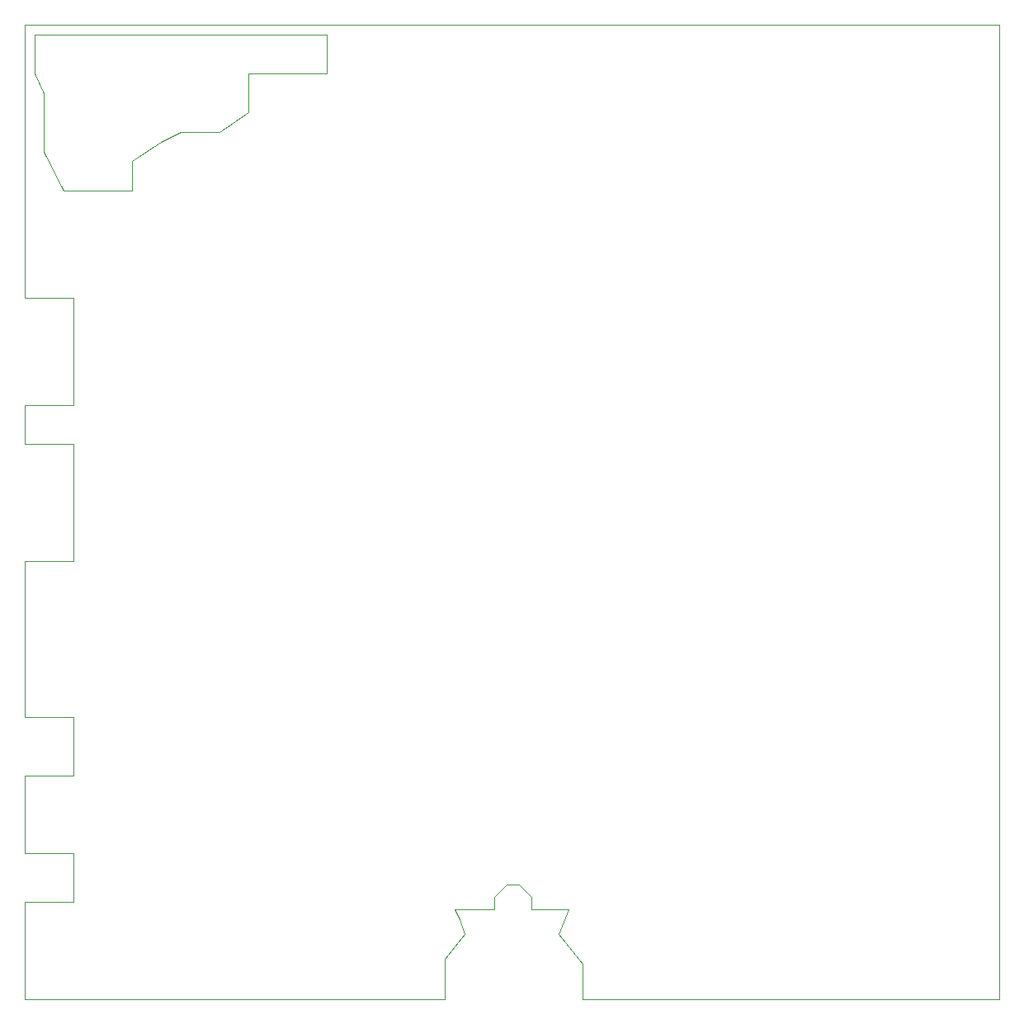
<source format=gbr>
G04 #@! TF.GenerationSoftware,KiCad,Pcbnew,(5.1.5)-2*
G04 #@! TF.CreationDate,2019-12-12T13:27:44-05:00*
G04 #@! TF.ProjectId,spacer,73706163-6572-42e6-9b69-6361645f7063,rev?*
G04 #@! TF.SameCoordinates,Original*
G04 #@! TF.FileFunction,Profile,NP*
%FSLAX46Y46*%
G04 Gerber Fmt 4.6, Leading zero omitted, Abs format (unit mm)*
G04 Created by KiCad (PCBNEW (5.1.5)-2) date 2019-12-12 13:27:44*
%MOMM*%
%LPD*%
G04 APERTURE LIST*
%ADD10C,0.050000*%
G04 APERTURE END LIST*
D10*
X54804000Y-93280000D02*
X57280500Y-96328000D01*
X55820000Y-90740000D02*
X54804000Y-93280000D01*
X45152000Y-93280000D02*
X43120000Y-95820000D01*
X44644000Y-91756000D02*
X45152000Y-93280000D01*
X44136000Y-90740000D02*
X44644000Y-91756000D01*
X20000000Y-11000000D02*
X23000000Y-9000000D01*
X2000000Y-13000000D02*
X4000000Y-17000000D01*
X2000000Y-7000000D02*
X2000000Y-13000000D01*
X1000000Y-5000000D02*
X2000000Y-7000000D01*
X1000000Y-1000000D02*
X1000000Y-5000000D01*
X31000000Y-1000000D02*
X1000000Y-1000000D01*
X31000000Y-5000000D02*
X31000000Y-1000000D01*
X23000000Y-5000000D02*
X31000000Y-5000000D01*
X23000000Y-9000000D02*
X23000000Y-5000000D01*
X16000000Y-11000000D02*
X20000000Y-11000000D01*
X14000000Y-12000000D02*
X16000000Y-11000000D01*
X11000000Y-14000000D02*
X14000000Y-12000000D01*
X11000000Y-17000000D02*
X11000000Y-14000000D01*
X4000000Y-17000000D02*
X11000000Y-17000000D01*
X0Y-28000000D02*
X0Y0D01*
X0Y-43000000D02*
X0Y-39000000D01*
X0Y-71000000D02*
X0Y-55000000D01*
X0Y-85000000D02*
X0Y-77000000D01*
X0Y-100000000D02*
X0Y-90000000D01*
X5000000Y-28000000D02*
X0Y-28000000D01*
X5000000Y-39000000D02*
X5000000Y-28000000D01*
X0Y-39000000D02*
X5000000Y-39000000D01*
X5000000Y-43000000D02*
X0Y-43000000D01*
X5000000Y-55000000D02*
X5000000Y-43000000D01*
X0Y-55000000D02*
X5000000Y-55000000D01*
X5000000Y-71000000D02*
X0Y-71000000D01*
X5000000Y-77000000D02*
X5000000Y-71000000D01*
X0Y-77000000D02*
X5000000Y-77000000D01*
X5000000Y-85000000D02*
X0Y-85000000D01*
X5000000Y-90000000D02*
X5000000Y-85000000D01*
X0Y-90000000D02*
X5000000Y-90000000D01*
X52010000Y-90740000D02*
X55820000Y-90740000D01*
X52010000Y-89470000D02*
X52010000Y-90740000D01*
X50740000Y-88200000D02*
X52010000Y-89470000D01*
X49470000Y-88200000D02*
X50740000Y-88200000D01*
X48200000Y-89470000D02*
X49470000Y-88200000D01*
X48200000Y-90740000D02*
X48200000Y-89470000D01*
X44136000Y-90740000D02*
X48200000Y-90740000D01*
X57280500Y-100000000D02*
X100000000Y-100000000D01*
X0Y-100000000D02*
X43120000Y-100000000D01*
X57280500Y-96328000D02*
X57280500Y-100000000D01*
X43120000Y-100000000D02*
X43120000Y-95820000D01*
X100000000Y0D02*
X100000000Y-100000000D01*
X0Y0D02*
X100000000Y0D01*
M02*

</source>
